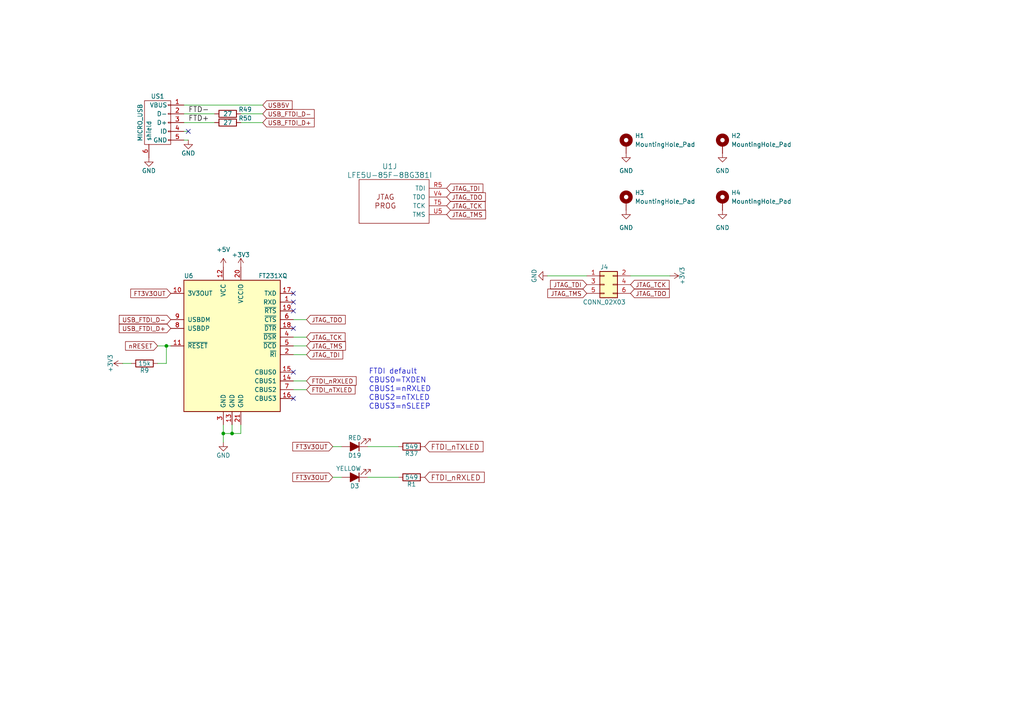
<source format=kicad_sch>
(kicad_sch (version 20250114) (generator "eeschema") (generator_version "9.0")
  (paper "A4")
  (title_block (title "USB Programming Interface - JTAG") (date "2025-11-30") (rev "1.0.0") (comment 1 "lines.") (comment 2 "activity LEDs. External 6-pin JTAG header as backup. 27Ω series resistors on USB data") (comment 3 "JTAG signals bit-banged over serial pins (CTS→TDO, DSR→TCK, DCD→TMS, RI→TDI). TX/RX") (comment 4 "USB Micro-USB connector for power and programming. FT231XQ USB-to-serial chip with"))
  (lib_symbols
    (symbol "Connector_Generic:Conn_02x03_Odd_Even" (pin_names (offset 1.016) (hide yes))
      (property "Reference" "J" (at 1.27 5.08 0))
      (property "Value" "Conn_02x03_Odd_Even" (at 1.27 -5.08 0))
      (symbol "Conn_02x03_Odd_Even_1_1"
        (pin passive line (at -5.08 2.54 0) (length 3.81) (name "Pin_1") (number "1"))
        (pin passive line (at -5.08 0 0) (length 3.81) (name "Pin_3") (number "3"))
        (pin passive line (at -5.08 -2.54 0) (length 3.81) (name "Pin_5") (number "5"))
        (pin passive line (at 7.62 2.54 180) (length 3.81) (name "Pin_2") (number "2"))
        (pin passive line (at 7.62 0 180) (length 3.81) (name "Pin_4") (number "4"))
        (pin passive line (at 7.62 -2.54 180) (length 3.81) (name "Pin_6") (number "6"))
      )
    )
    (symbol "Device:LED_ALT" (pin_numbers (hide yes)) (pin_names (offset 1.016) (hide yes))
      (property "Reference" "D" (at 0 2.54 0))
      (property "Value" "Device_LED_ALT" (at 0 -2.54 0))
      (symbol "LED_ALT_1_1"
        (pin passive line (at -3.81 0 0) (length 2.54) (name "K") (number "1"))
        (pin passive line (at 3.81 0 180) (length 2.54) (name "A") (number "2"))
      )
    )
    (symbol "Device:R" (pin_numbers (hide yes)) (pin_names (offset 0))
      (property "Reference" "R" (at 2.032 0 90))
      (property "Value" "R" (at 0 0 90))
      (symbol "R_1_1"
        (pin passive line (at 0 3.81 270) (length 1.27) (name "~") (number "1"))
        (pin passive line (at 0 -3.81 90) (length 1.27) (name "~") (number "2"))
      )
    )
    (symbol "Mechanical:MountingHole_Pad" (pin_numbers (hide yes)) (pin_names (offset 1.016) (hide yes)) (in_bom no)
      (property "Reference" "H" (at 0 6.35 0))
      (property "Value" "MountingHole_Pad" (at 0 4.445 0))
      (symbol "MountingHole_Pad_1_1"
        (pin input line (at 0 -2.54 90) (length 2.54) (name "1") (number "1"))
      )
    )
    (symbol "ftdi:FT231XQ" (pin_names (offset 1.016))
      (property "Reference" "U" (at -13.97 20.32 0))
      (property "Value" "FT231XQ" (at 6.35 20.32 0))
      (symbol "FT231XQ_1_1"
        (pin power_out line (at -17.78 15.24 0) (length 3.81) (name "3V3OUT") (number "10"))
        (pin bidirectional line (at -17.78 7.62 0) (length 3.81) (name "USBDM") (number "9"))
        (pin bidirectional line (at -17.78 5.08 0) (length 3.81) (name "USBDP") (number "8"))
        (pin input line (at -17.78 0 0) (length 3.81) (name "~{RESET}") (number "11"))
        (pin power_in line (at -2.54 22.86 270) (length 3.81) (name "VCC") (number "12"))
        (pin power_in line (at -2.54 -22.86 90) (length 3.81) (name "GND") (number "3"))
        (pin power_in line (at 0 -22.86 90) (length 3.81) (name "GND") (number "13"))
        (pin power_in line (at 2.54 22.86 270) (length 3.81) (name "VCCIO") (number "20"))
        (pin power_in line (at 2.54 -22.86 90) (length 3.81) (name "GND") (number "21"))
        (pin output line (at 17.78 15.24 180) (length 3.81) (name "TXD") (number "17"))
        (pin input line (at 17.78 12.7 180) (length 3.81) (name "RXD") (number "1"))
        (pin input line (at 17.78 10.16 180) (length 3.81) (name "~{RTS}") (number "19"))
        (pin input line (at 17.78 7.62 180) (length 3.81) (name "~{CTS}") (number "6"))
        (pin output line (at 17.78 5.08 180) (length 3.81) (name "~{DTR}") (number "18"))
        (pin output line (at 17.78 2.54 180) (length 3.81) (name "~{DSR}") (number "4"))
        (pin input line (at 17.78 0 180) (length 3.81) (name "~{DCD}") (number "5"))
        (pin input line (at 17.78 -2.54 180) (length 3.81) (name "~{RI}") (number "2"))
        (pin bidirectional line (at 17.78 -7.62 180) (length 3.81) (name "CBUS0") (number "15"))
        (pin bidirectional line (at 17.78 -10.16 180) (length 3.81) (name "CBUS1") (number "14"))
        (pin bidirectional line (at 17.78 -12.7 180) (length 3.81) (name "CBUS2") (number "7"))
        (pin bidirectional line (at 17.78 -15.24 180) (length 3.81) (name "CBUS3") (number "16"))
      )
    )
    (symbol "lfe5bg381:LFE5UM-85F-6BG381C" (pin_names (offset 1.016))
      (property "Reference" "U" (at 0 24.13 0))
      (property "Value" "LFE5UM-85F-6BG381C" (at 0 21.59 0))
      (symbol "LFE5UM-85F-6BG381C_1_1"
        (text "BANK0" (at 0 -19.05 0) (effects (font (size 1.524 1.524))))
        (pin input line (at -19.05 17.78 0) (length 5.08) (name "PCLKT0_0") (number "B11"))
        (pin input line (at -19.05 15.24 0) (length 5.08) (name "PCLKT0_1") (number "A10"))
        (pin input line (at -19.05 12.7 0) (length 5.08) (name "GR_PCLK0_1") (number "A9"))
        (pin input line (at -19.05 10.16 0) (length 5.08) (name "PT58A") (number "B9"))
        (pin input line (at -19.05 7.62 0) (length 5.08) (name "PT20A") (number "D9"))
        (pin input line (at -19.05 5.08 0) (length 5.08) (name "PT18A") (number "A7"))
        (pin input line (at -19.05 2.54 0) (length 5.08) (name "PT15A") (number "C8"))
        (pin input line (at -19.05 0 0) (length 5.08) (name "PT13A") (number "E8"))
        (pin input line (at -19.05 -2.54 0) (length 5.08) (name "PT11A") (number "C6"))
        (pin input line (at -19.05 -5.08 0) (length 5.08) (name "PT9A") (number "E7"))
        (pin input line (at -19.05 -7.62 0) (length 5.08) (name "PT6A") (number "E6"))
        (pin input line (at -19.05 -10.16 0) (length 5.08) (name "PT4A") (number "A6"))
        (pin input line (at -19.05 -12.7 0) (length 5.08) (name "PT56A") (number "D10"))
        (pin input line (at -19.05 -15.24 0) (length 5.08) (name "PT54A") (number "C9"))
        (pin input line (at 19.05 17.78 180) (length 5.08) (name "PCLKC0_0") (number "C11"))
        (pin input line (at 19.05 15.24 180) (length 5.08) (name "PCLKC0_1") (number "A11"))
        (pin input line (at 19.05 12.7 180) (length 5.08) (name "GR_PCLK0_0") (number "B10"))
        (pin input line (at 19.05 10.16 180) (length 5.08) (name "PT58B") (number "C10"))
        (pin input line (at 19.05 7.62 180) (length 5.08) (name "PT20B") (number "E9"))
        (pin input line (at 19.05 5.08 180) (length 5.08) (name "PT18B") (number "A8"))
        (pin input line (at 19.05 2.54 180) (length 5.08) (name "PT15B") (number "B8"))
        (pin input line (at 19.05 0 180) (length 5.08) (name "PT13B") (number "D8"))
        (pin input line (at 19.05 -2.54 180) (length 5.08) (name "PT11B") (number "C7"))
        (pin input line (at 19.05 -5.08 180) (length 5.08) (name "PT9B") (number "D7"))
        (pin input line (at 19.05 -7.62 180) (length 5.08) (name "PT6B") (number "D6"))
        (pin input line (at 19.05 -10.16 180) (length 5.08) (name "PT4B") (number "B6"))
        (pin input line (at 19.05 -12.7 180) (length 5.08) (name "PT56B") (number "E10"))
      )
      (symbol "LFE5UM-85F-6BG381C_2_0"
        (text "BANK1" (at 0 -26.67 0) (effects (font (size 1.524 1.524))))
      )
      (symbol "LFE5UM-85F-6BG381C_2_1"
        (pin input line (at -19.05 17.78 0) (length 5.08) (name "PT121A") (number "A19"))
        (pin input line (at -19.05 15.24 0) (length 5.08) (name "PT119A") (number "A18"))
        (pin input line (at -19.05 12.7 0) (length 5.08) (name "PT116A") (number "A17"))
        (pin input line (at -19.05 10.16 0) (length 5.08) (name "PT114A") (number "B17"))
        (pin input line (at -19.05 7.62 0) (length 5.08) (name "PT112A") (number "C16"))
        (pin input line (at -19.05 5.08 0) (length 5.08) (name "PT110A") (number "A16"))
        (pin input line (at -19.05 2.54 0) (length 5.08) (name "PT107A") (number "D15"))
        (pin input line (at -19.05 0 0) (length 5.08) (name "PT105A") (number "B15"))
        (pin input line (at -19.05 -2.54 0) (length 5.08) (name "PT85A") (number "D14"))
        (pin input line (at -19.05 -5.08 0) (length 5.08) (name "PT83A") (number "A14"))
        (pin input line (at -19.05 -7.62 0) (length 5.08) (name "PT80A") (number "D13"))
        (pin input line (at -19.05 -10.16 0) (length 5.08) (name "PT78A") (number "B13"))
        (pin input line (at -19.05 -12.7 0) (length 5.08) (name "PT76A") (number "A12"))
        (pin input line (at -19.05 -15.24 0) (length 5.08) (name "GR_PCLK1_0") (number "D12"))
        (pin input line (at -19.05 -17.78 0) (length 5.08) (name "PCLKT1_0") (number "B12"))
        (pin input line (at -19.05 -20.32 0) (length 5.08) (name "PCLKT1_1") (number "D11"))
        (pin input line (at -19.05 -22.86 0) (length 5.08) (name "PT103A") (number "A15"))
        (pin input line (at 19.05 17.78 180) (length 5.08) (name "PT121B") (number "B20"))
        (pin input line (at 19.05 15.24 180) (length 5.08) (name "PT119B") (number "B19"))
        (pin input line (at 19.05 12.7 180) (length 5.08) (name "PT116B") (number "B18"))
        (pin input line (at 19.05 10.16 180) (length 5.08) (name "PT114B") (number "C17"))
        (pin input line (at 19.05 7.62 180) (length 5.08) (name "PT112B") (number "D16"))
        (pin input line (at 19.05 5.08 180) (length 5.08) (name "PT110B") (number "B16"))
        (pin input line (at 19.05 2.54 180) (length 5.08) (name "PT107B") (number "E15"))
        (pin input line (at 19.05 0 180) (length 5.08) (name "PT105B") (number "C15"))
        (pin input line (at 19.05 -2.54 180) (length 5.08) (name "PT85B") (number "E14"))
        (pin input line (at 19.05 -5.08 180) (length 5.08) (name "PT83B") (number "C14"))
        (pin input line (at 19.05 -7.62 180) (length 5.08) (name "PT80B") (number "E13"))
        (pin input line (at 19.05 -10.16 180) (length 5.08) (name "PT78B") (number "C13"))
        (pin input line (at 19.05 -12.7 180) (length 5.08) (name "PT76B") (number "A13"))
        (pin input line (at 19.05 -15.24 180) (length 5.08) (name "GR_PCLK1_1") (number "E12"))
        (pin input line (at 19.05 -17.78 180) (length 5.08) (name "PCLKC1_0") (number "C12"))
        (pin input line (at 19.05 -20.32 180) (length 5.08) (name "PCLKC1_1") (number "E11"))
      )
      (symbol "LFE5UM-85F-6BG381C_3_0"
        (text "BANK2" (at 0 -26.67 0) (effects (font (size 1.524 1.524))))
      )
      (symbol "LFE5UM-85F-6BG381C_3_1"
        (pin input line (at -19.05 17.78 0) (length 5.08) (name "PCLKT2_0") (number "J20"))
        (pin input line (at -19.05 15.24 0) (length 5.08) (name "PCLKT2_1") (number "J19"))
        (pin input line (at -19.05 12.7 0) (length 5.08) (name "GR_PCLK2_0") (number "J18"))
        (pin input line (at -19.05 10.16 0) (length 5.08) (name "GR_PCLK2_1") (number "G19"))
        (pin input line (at -19.05 7.62 0) (length 5.08) (name "PR38C") (number "F20"))
        (pin input line (at -19.05 5.08 0) (length 5.08) (name "PR38A") (number "E20"))
        (pin input line (at -19.05 2.54 0) (length 5.08) (name "VREF1_2") (number "D20"))
        (pin input line (at -19.05 0 0) (length 5.08) (name "PR35A") (number "C20"))
        (pin input line (at -19.05 -2.54 0) (length 5.08) (name "PR20C") (number "J17"))
        (pin input line (at -19.05 -5.08 0) (length 5.08) (name "PR20A") (number "H18"))
        (pin input line (at -19.05 -7.62 0) (length 5.08) (name "PR17C") (number "G16"))
        (pin input line (at -19.05 -10.16 0) (length 5.08) (name "PR17A") (number "F17"))
        (pin input line (at -19.05 -12.7 0) (length 5.08) (name "PR14C") (number "E18"))
        (pin input line (at -19.05 -15.24 0) (length 5.08) (name "PR14A") (number "D18"))
        (pin input line (at -19.05 -17.78 0) (length 5.08) (name "PR11C") (number "E16"))
        (pin input line (at -19.05 -20.32 0) (length 5.08) (name "PR11A") (number "C18"))
        (pin input line (at -19.05 -22.86 0) (length 5.08) (name "PR29A") (number "K16"))
        (pin input line (at 19.05 17.78 180) (length 5.08) (name "PCLKC2_0") (number "K20"))
        (pin input line (at 19.05 15.24 180) (length 5.08) (name "PCLKC2_1") (number "K19"))
        (pin input line (at 19.05 12.7 180) (length 5.08) (name "PR41D") (number "K18"))
        (pin input line (at 19.05 10.16 180) (length 5.08) (name "PR41B") (number "H20"))
        (pin input line (at 19.05 7.62 180) (length 5.08) (name "PR38D") (number "G20"))
        (pin input line (at 19.05 5.08 180) (length 5.08) (name "PR38B") (number "F19"))
        (pin input line (at 19.05 2.54 180) (length 5.08) (name "PR35D") (number "E19"))
        (pin input line (at 19.05 0 180) (length 5.08) (name "PR35B") (number "D19"))
        (pin input line (at 19.05 -2.54 180) (length 5.08) (name "PR20D") (number "J16"))
        (pin input line (at 19.05 -5.08 180) (length 5.08) (name "PR20B") (number "H17"))
        (pin input line (at 19.05 -7.62 180) (length 5.08) (name "PR17D") (number "H16"))
        (pin input line (at 19.05 -10.16 180) (length 5.08) (name "PR17B") (number "G18"))
        (pin input line (at 19.05 -12.7 180) (length 5.08) (name "PR14D") (number "F18"))
        (pin input line (at 19.05 -15.24 180) (length 5.08) (name "PR14B") (number "E17"))
        (pin input line (at 19.05 -17.78 180) (length 5.08) (name "PR11D") (number "F16"))
        (pin input line (at 19.05 -20.32 180) (length 5.08) (name "PR11B") (number "D17"))
        (pin input line (at 19.05 -22.86 180) (length 5.08) (name "PR29B") (number "K17"))
      )
      (symbol "LFE5UM-85F-6BG381C_4_0"
        (text "BANK3" (at 0 -26.67 0) (effects (font (size 1.524 1.524))))
      )
      (symbol "LFE5UM-85F-6BG381C_4_1"
        (pin input line (at -19.05 17.78 0) (length 5.08) (name "GPLL0T_IN") (number "U16"))
        (pin input line (at -19.05 15.24 0) (length 5.08) (name "PR92A") (number "U18"))
        (pin input line (at -19.05 12.7 0) (length 5.08) (name "PR89C") (number "U19"))
        (pin input line (at -19.05 10.16 0) (length 5.08) (name "PR89A") (number "T19"))
        (pin input line (at -19.05 7.62 0) (length 5.08) (name "PR86C") (number "T20"))
        (pin input line (at -19.05 5.08 0) (length 5.08) (name "PR86A") (number "P20"))
        (pin input line (at -19.05 2.54 0) (length 5.08) (name "PR83C") (number "P19"))
        (pin input line (at -19.05 0 0) (length 5.08) (name "PR83A") (number "N19"))
        (pin input line (at -19.05 -2.54 0) (length 5.08) (name "PR56C") (number "R16"))
        (pin input line (at -19.05 -5.08 0) (length 5.08) (name "PR56A") (number "N17"))
        (pin input line (at -19.05 -7.62 0) (length 5.08) (name "PR53C") (number "N18"))
        (pin input line (at -19.05 -10.16 0) (length 5.08) (name "PR53A") (number "N16"))
        (pin input line (at -19.05 -12.7 0) (length 5.08) (name "GR_PCLK3_1") (number "L18"))
        (pin input line (at -19.05 -15.24 0) (length 5.08) (name "GR_PCLK3_0") (number "L16"))
        (pin input line (at -19.05 -17.78 0) (length 5.08) (name "PCLKT3_0") (number "L19"))
        (pin input line (at -19.05 -20.32 0) (length 5.08) (name "PCLKT3_1") (number "L20"))
        (pin input line (at -19.05 -22.86 0) (length 5.08) (name "PR77A") (number "T16"))
        (pin input line (at 19.05 17.78 180) (length 5.08) (name "GPLL0C_IN") (number "T17"))
        (pin input line (at 19.05 15.24 180) (length 5.08) (name "PR92B") (number "U17"))
        (pin input line (at 19.05 12.7 180) (length 5.08) (name "PR89D") (number "T18"))
        (pin input line (at 19.05 10.16 180) (length 5.08) (name "PR89B") (number "R18"))
        (pin input line (at 19.05 7.62 180) (length 5.08) (name "PR86D") (number "U20"))
        (pin input line (at 19.05 5.08 180) (length 5.08) (name "PR86B") (number "R20"))
        (pin input line (at 19.05 2.54 180) (length 5.08) (name "PR83D") (number "P18"))
        (pin input line (at 19.05 0 180) (length 5.08) (name "PR83B") (number "N20"))
        (pin input line (at 19.05 -2.54 180) (length 5.08) (name "PR56D") (number "R17"))
        (pin input line (at 19.05 -5.08 180) (length 5.08) (name "VREF1_3") (number "P16"))
        (pin input line (at 19.05 -7.62 180) (length 5.08) (name "PR53D") (number "P17"))
        (pin input line (at 19.05 -10.16 180) (length 5.08) (name "PR53B") (number "M17"))
        (pin input line (at 19.05 -12.7 180) (length 5.08) (name "PR50D") (number "M18"))
        (pin input line (at 19.05 -15.24 180) (length 5.08) (name "PR50B") (number "L17"))
        (pin input line (at 19.05 -17.78 180) (length 5.08) (name "PCLKC3_0") (number "M19"))
        (pin input line (at 19.05 -20.32 180) (length 5.08) (name "PCLKC3_1") (number "M20"))
      )
      (symbol "LFE5UM-85F-6BG381C_5_0"
        (text "BANK6" (at 0 -26.67 0) (effects (font (size 1.524 1.524))))
      )
      (symbol "LFE5UM-85F-6BG381C_5_1"
        (pin input line (at -19.05 17.78 0) (length 5.08) (name "PCLKT6_0") (number "H2"))
        (pin input line (at -19.05 15.24 0) (length 5.08) (name "PCLKT6_1") (number "G2"))
        (pin input line (at -19.05 12.7 0) (length 5.08) (name "GR_PCLK6_1") (number "J3"))
        (pin input line (at -19.05 10.16 0) (length 5.08) (name "GR_PCLK6_0") (number "J4"))
        (pin input line (at -19.05 7.62 0) (length 5.08) (name "PL53C") (number "H1"))
        (pin input line (at -19.05 5.08 0) (length 5.08) (name "PL53A") (number "K2"))
        (pin input line (at -19.05 2.54 0) (length 5.08) (name "PL56C") (number "L4"))
        (pin input line (at -19.05 0 0) (length 5.08) (name "PL56A") (number "K4"))
        (pin input line (at -19.05 -2.54 0) (length 5.08) (name "PL83C") (number "N4"))
        (pin input line (at -19.05 -5.08 0) (length 5.08) (name "PL83A") (number "M4"))
        (pin input line (at -19.05 -7.62 0) (length 5.08) (name "PL86C") (number "L3"))
        (pin input line (at -19.05 -10.16 0) (length 5.08) (name "PL86A") (number "N3"))
        (pin input line (at -19.05 -12.7 0) (length 5.08) (name "PL65C") (number "L1"))
        (pin input line (at -19.05 -15.24 0) (length 5.08) (name "PL65A") (number "N2"))
        (pin input line (at -19.05 -17.78 0) (length 5.08) (name "GPLL0T_IN") (number "P3"))
        (pin input line (at -19.05 -20.32 0) (length 5.08) (name "PL92A") (number "P1"))
        (pin input line (at -19.05 -22.86 0) (length 5.08) (name "PL77A") (number "M5"))
        (pin input line (at 19.05 17.78 180) (length 5.08) (name "PCLKC6_0") (number "G1"))
        (pin input line (at 19.05 15.24 180) (length 5.08) (name "PCLKC6_1") (number "F1"))
        (pin input line (at 19.05 12.7 180) (length 5.08) (name "PL50D") (number "K3"))
        (pin input line (at 19.05 10.16 180) (length 5.08) (name "PL50B") (number "J5"))
        (pin input line (at 19.05 7.62 180) (length 5.08) (name "PL53D") (number "K1"))
        (pin input line (at 19.05 5.08 180) (length 5.08) (name "PL53B") (number "J1"))
        (pin input line (at 19.05 2.54 180) (length 5.08) (name "PL56D") (number "L5"))
        (pin input line (at 19.05 0 180) (length 5.08) (name "VREF1_6") (number "K5"))
        (pin input line (at 19.05 -2.54 180) (length 5.08) (name "PL83D") (number "P5"))
        (pin input line (at 19.05 -5.08 180) (length 5.08) (name "PL83B") (number "N5"))
        (pin input line (at 19.05 -7.62 180) (length 5.08) (name "PL86D") (number "L2"))
        (pin input line (at 19.05 -10.16 180) (length 5.08) (name "PL86B") (number "M3"))
        (pin input line (at 19.05 -12.7 180) (length 5.08) (name "PL89D") (number "N1"))
        (pin input line (at 19.05 -15.24 180) (length 5.08) (name "PL89B") (number "M1"))
        (pin input line (at 19.05 -17.78 180) (length 5.08) (name "GPLL0C_IN") (number "P4"))
        (pin input line (at 19.05 -20.32 180) (length 5.08) (name "PL92B") (number "P2"))
      )
      (symbol "LFE5UM-85F-6BG381C_6_0"
        (text "BANK7" (at 0 -24.13 0) (effects (font (size 1.524 1.524))))
      )
      (symbol "LFE5UM-85F-6BG381C_6_1"
        (pin input line (at -19.05 17.78 0) (length 5.08) (name "PL11C") (number "B5"))
        (pin input line (at -19.05 15.24 0) (length 5.08) (name "PL11A") (number "A4"))
        (pin input line (at -19.05 12.7 0) (length 5.08) (name "PL14C") (number "A3"))
        (pin input line (at -19.05 10.16 0) (length 5.08) (name "PL14A") (number "C4"))
        (pin input line (at -19.05 7.62 0) (length 5.08) (name "PL17C") (number "C3"))
        (pin input line (at -19.05 5.08 0) (length 5.08) (name "PL17A") (number "E4"))
        (pin input line (at -19.05 2.54 0) (length 5.08) (name "PL20C") (number "E5"))
        (pin input line (at -19.05 0 0) (length 5.08) (name "PL20A") (number "F4"))
        (pin input line (at -19.05 -2.54 0) (length 5.08) (name "VREF1_7") (number "B2"))
        (pin input line (at -19.05 -5.08 0) (length 5.08) (name "PL35A") (number "A2"))
        (pin input line (at -19.05 -7.62 0) (length 5.08) (name "PL38C") (number "D2"))
        (pin input line (at -19.05 -10.16 0) (length 5.08) (name "PL38A") (number "C1"))
        (pin input line (at -19.05 -12.7 0) (length 5.08) (name "GR_PCLK7_0") (number "H5"))
        (pin input line (at -19.05 -15.24 0) (length 5.08) (name "GR_PCLK7_1") (number "H4"))
        (pin input line (at -19.05 -17.78 0) (length 5.08) (name "PCLKT7_0") (number "F2"))
        (pin input line (at -19.05 -20.32 0) (length 5.08) (name "PCLKT7_1") (number "G3"))
        (pin input line (at 19.05 17.78 180) (length 5.08) (name "PL11D") (number "C5"))
        (pin input line (at 19.05 15.24 180) (length 5.08) (name "PL11B") (number "A5"))
        (pin input line (at 19.05 12.7 180) (length 5.08) (name "PL14D") (number "B3"))
        (pin input line (at 19.05 10.16 180) (length 5.08) (name "PL14B") (number "B4"))
        (pin input line (at 19.05 7.62 180) (length 5.08) (name "PL17D") (number "D3"))
        (pin input line (at 19.05 5.08 180) (length 5.08) (name "PL17B") (number "D5"))
        (pin input line (at 19.05 2.54 180) (length 5.08) (name "PL20D") (number "F5"))
        (pin input line (at 19.05 0 180) (length 5.08) (name "PL20B") (number "E3"))
        (pin input line (at 19.05 -2.54 180) (length 5.08) (name "PL35D") (number "C2"))
        (pin input line (at 19.05 -5.08 180) (length 5.08) (name "PL35B") (number "B1"))
        (pin input line (at 19.05 -7.62 180) (length 5.08) (name "PL38D") (number "E1"))
        (pin input line (at 19.05 -10.16 180) (length 5.08) (name "PL38B") (number "D1"))
        (pin input line (at 19.05 -12.7 180) (length 5.08) (name "PL41D") (number "H3"))
        (pin input line (at 19.05 -15.24 180) (length 5.08) (name "PL41B") (number "G5"))
        (pin input line (at 19.05 -17.78 180) (length 5.08) (name "PCLKC7_0") (number "E2"))
        (pin input line (at 19.05 -20.32 180) (length 5.08) (name "PCLKC7_1") (number "F3"))
      )
      (symbol "LFE5UM-85F-6BG381C_7_0"
        (text "BANK8" (at 0 -24.13 0) (effects (font (size 1.524 1.524))))
      )
      (symbol "LFE5UM-85F-6BG381C_7_1"
        (pin input line (at -19.05 17.78 0) (length 5.08) (name "D7") (number "R1"))
        (pin input line (at -19.05 15.24 0) (length 5.08) (name "D5/MISO2") (number "U1"))
        (pin input line (at -19.05 12.7 0) (length 5.08) (name "D3/HOLDn") (number "W1"))
        (pin input line (at -19.05 10.16 0) (length 5.08) (name "D1/MISO") (number "V2"))
        (pin input line (at -19.05 7.62 0) (length 5.08) (name "SN/CSn") (number "T2"))
        (pin input line (at -19.05 5.08 0) (length 5.08) (name "CSSPIN") (number "R2"))
        (pin input line (at -19.05 2.54 0) (length 5.08) (name "INITn") (number "V3"))
        (pin input line (at -19.05 0 0) (length 5.08) (name "PROGRAMn") (number "W3"))
        (pin input line (at -19.05 -2.54 0) (length 5.08) (name "WRITEn") (number "T3"))
        (pin input line (at -19.05 -5.08 0) (length 5.08) (name "CCLK") (number "U3"))
        (pin input line (at -19.05 -7.62 0) (length 5.08) (name "DONE") (number "Y3"))
        (pin input line (at -19.05 -10.16 0) (length 5.08) (name "CFG_2") (number "R4"))
        (pin input line (at -19.05 -12.7 0) (length 5.08) (name "CFG_1") (number "T4"))
        (pin input line (at -19.05 -15.24 0) (length 5.08) (name "CFG_0") (number "U4"))
        (pin input line (at 19.05 17.78 180) (length 5.08) (name "D6") (number "T1"))
        (pin input line (at 19.05 15.24 180) (length 5.08) (name "D4/MOSI2") (number "V1"))
        (pin input line (at 19.05 12.7 180) (length 5.08) (name "D2/WPn") (number "Y2"))
        (pin input line (at 19.05 10.16 180) (length 5.08) (name "D0/MOSI") (number "W2"))
        (pin input line (at 19.05 7.62 180) (length 5.08) (name "CS1n") (number "U2"))
        (pin input line (at 19.05 5.08 180) (length 5.08) (name "DOUT/CSOn") (number "R3"))
      )
      (symbol "LFE5UM-85F-6BG381C_8_0"
        (text "BANK50,51" (at 0 -27.94 0) (effects (font (size 1.524 1.524))))
        (text "SERDES" (at 0 -30.48 0) (effects (font (size 1.524 1.524))))
      )
      (symbol "LFE5UM-85F-6BG381C_8_1"
        (pin input line (at -21.59 22.86 0) (length 5.08) (name "REFCLKP_D0") (number "Y11"))
        (pin input line (at -21.59 20.32 0) (length 5.08) (name "HDTXP0_D0CH0") (number "W4"))
        (pin input line (at -21.59 17.78 0) (length 5.08) (name "HDRXP0_D0CH0") (number "Y5"))
        (pin input line (at -21.59 15.24 0) (length 5.08) (name "HDTXP0_D0CH1") (number "W8"))
        (pin input line (at -21.59 12.7 0) (length 5.08) (name "HDRXP0_D0CH1") (number "Y7"))
        (pin input line (at -21.59 8.89 0) (length 5.08) (name "VCCHTX0_D0CH0") (number "T7"))
        (pin input line (at -21.59 6.35 0) (length 5.08) (name "VCCHRX0_D0CH0") (number "T8"))
        (pin input line (at -21.59 3.81 0) (length 5.08) (name "VCCA0") (number "T6"))
        (pin input line (at -21.59 1.27 0) (length 5.08) (name "VCCA0") (number "U6"))
        (pin input line (at -21.59 -2.54 0) (length 5.08) (name "VCCA1") (number "T15"))
        (pin input line (at -21.59 -5.08 0) (length 5.08) (name "VCCA1") (number "U15"))
        (pin input line (at -21.59 -7.62 0) (length 5.08) (name "VCCHTX0_D1CH0") (number "T11"))
        (pin input line (at -21.59 -10.16 0) (length 5.08) (name "VCCHRX0_D1CH0") (number "T12"))
        (pin input line (at -21.59 -13.97 0) (length 5.08) (name "REFCLKP_D1") (number "Y19"))
        (pin input line (at -21.59 -16.51 0) (length 5.08) (name "HDTXP0_D1CH0") (number "W13"))
        (pin input line (at -21.59 -19.05 0) (length 5.08) (name "HDRXP0_D1CH0") (number "Y14"))
        (pin input line (at -21.59 -21.59 0) (length 5.08) (name "HDTXP0_D1CH1") (number "W17"))
        (pin input line (at -21.59 -24.13 0) (length 5.08) (name "HDRXP0_D1CH1") (number "Y16"))
        (pin input line (at 21.59 22.86 180) (length 5.08) (name "REFCLKN_D0") (number "Y12"))
        (pin input line (at 21.59 20.32 180) (length 5.08) (name "HDTXN0_D0CH0") (number "W5"))
        (pin input line (at 21.59 17.78 180) (length 5.08) (name "HDRXN0_D0CH0") (number "Y6"))
        (pin input line (at 21.59 15.24 180) (length 5.08) (name "HDTXN0_D0CH1") (number "W9"))
        (pin input line (at 21.59 12.7 180) (length 5.08) (name "HDRXN0_D0CH1") (number "Y8"))
        (pin input line (at 21.59 8.89 180) (length 5.08) (name "VCCHTX0_D0CH1") (number "T10"))
        (pin input line (at 21.59 6.35 180) (length 5.08) (name "VCCHRX0_D0CH1") (number "T9"))
        (pin input line (at 21.59 3.81 180) (length 5.08) (name "VCCAUXA0") (number "V10"))
        (pin input line (at 21.59 1.27 180) (length 5.08) (name "VCCAUXA0") (number "V11"))
        (pin input line (at 21.59 -2.54 180) (length 5.08) (name "VCCAUXA1") (number "V17"))
        (pin input line (at 21.59 -5.08 180) (length 5.08) (name "VCCAUXA1") (number "V18"))
        (pin input line (at 21.59 -7.62 180) (length 5.08) (name "VCCHTX0_D1CH1") (number "T14"))
        (pin input line (at 21.59 -10.16 180) (length 5.08) (name "VCCHRX0_D1CH1") (number "T13"))
        (pin input line (at 21.59 -13.97 180) (length 5.08) (name "REFCLKN_D1") (number "W20"))
        (pin input line (at 21.59 -16.51 180) (length 5.08) (name "HDTXN0_D1CH0") (number "W14"))
        (pin input line (at 21.59 -19.05 180) (length 5.08) (name "HDRXN0_D1CH0") (number "Y15"))
        (pin input line (at 21.59 -21.59 180) (length 5.08) (name "HDTXN0_D1CH1") (number "W18"))
        (pin input line (at 21.59 -24.13 180) (length 5.08) (name "HDRXN0_D1CH1") (number "Y17"))
      )
      (symbol "LFE5UM-85F-6BG381C_9_1"
        (text "POWER" (at 0 3.81 0) (effects (font (size 1.524 1.524))))
        (pin input line (at -106.68 16.51 270) (length 5.08) (name "VCC") (number "H13"))
        (pin input line (at -104.14 16.51 270) (length 5.08) (name "VCC") (number "J13"))
        (pin input line (at -101.6 16.51 270) (length 5.08) (name "VCC") (number "K13"))
        (pin input line (at -99.06 16.51 270) (length 5.08) (name "VCC") (number "L13"))
        (pin input line (at -97.79 -17.78 90) (length 5.08) (name "GND") (number "C19"))
        (pin input line (at -96.52 16.51 270) (length 5.08) (name "VCC") (number "M13"))
        (pin input line (at -95.25 -17.78 90) (length 5.08) (name "GND") (number "H19"))
        (pin input line (at -93.98 16.51 270) (length 5.08) (name "VCC") (number "N13"))
        (pin input line (at -92.71 -17.78 90) (length 5.08) (name "GND") (number "R19"))
        (pin input line (at -91.44 16.51 270) (length 5.08) (name "VCC") (number "H12"))
        (pin input line (at -90.17 -17.78 90) (length 5.08) (name "GND") (number "G17"))
        (pin input line (at -88.9 16.51 270) (length 5.08) (name "VCC") (number "N12"))
        (pin input line (at -87.63 -17.78 90) (length 5.08) (name "GND") (number "M16"))
        (pin input line (at -86.36 16.51 270) (length 5.08) (name "VCC") (number "H11"))
        (pin input line (at -85.09 -17.78 90) (length 5.08) (name "GND") (number "G15"))
        (pin input line (at -83.82 16.51 270) (length 5.08) (name "VCC") (number "N11"))
        (pin input line (at -82.55 -17.78 90) (length 5.08) (name "GND") (number "K15"))
        (pin input line (at -81.28 16.51 270) (length 5.08) (name "VCC") (number "H10"))
        (pin input line (at -80.01 -17.78 90) (length 5.08) (name "GND") (number "N15"))
        (pin input line (at -78.74 16.51 270) (length 5.08) (name "VCC") (number "N10"))
        (pin input line (at -77.47 -17.78 90) (length 5.08) (name "GND") (number "B14"))
        (pin input line (at -76.2 16.51 270) (length 5.08) (name "VCC") (number "H9"))
        (pin input line (at -74.93 -17.78 90) (length 5.08) (name "GND") (number "F14"))
        (pin input line (at -73.66 16.51 270) (length 5.08) (name "VCC") (number "N9"))
        (pin input line (at -72.39 -17.78 90) (length 5.08) (name "GND") (number "G14"))
        (pin input line (at -71.12 16.51 270) (length 5.08) (name "VCC") (number "H8"))
        (pin input line (at -69.85 -17.78 90) (length 5.08) (name "GND") (number "J14"))
        (pin input line (at -68.58 16.51 270) (length 5.08) (name "VCC") (number "J8"))
        (pin input line (at -67.31 -17.78 90) (length 5.08) (name "GND") (number "K14"))
        (pin input line (at -66.04 16.51 270) (length 5.08) (name "VCC") (number "K8"))
        (pin input line (at -64.77 -17.78 90) (length 5.08) (name "GND") (number "M14"))
        (pin input line (at -63.5 16.51 270) (length 5.08) (name "VCC") (number "L8"))
        (pin input line (at -62.23 -17.78 90) (length 5.08) (name "GND") (number "N14"))
        (pin input line (at -60.96 16.51 270) (length 5.08) (name "VCC") (number "M8"))
        (pin input line (at -59.69 -17.78 90) (length 5.08) (name "GND") (number "P14"))
        (pin input line (at -58.42 16.51 270) (length 5.08) (name "VCC") (number "N8"))
        (pin input line (at -57.15 -17.78 90) (length 5.08) (name "GND") (number "F13"))
        (pin input line (at -54.61 -17.78 90) (length 5.08) (name "GND") (number "G13"))
        (pin input line (at -53.34 16.51 270) (length 5.08) (name "VCCAUX") (number "F15"))
        (pin input line (at -52.07 -17.78 90) (length 5.08) (name "GND") (number "P13"))
        (pin input line (at -50.8 16.51 270) (length 5.08) (name "VCCAUX") (number "P15"))
        (pin input line (at -49.53 -17.78 90) (length 5.08) (name "GND") (number "G12"))
        (pin input line (at -48.26 16.51 270) (length 5.08) (name "VCCAUX") (number "F6"))
        (pin input line (at -46.99 -17.78 90) (length 5.08) (name "GND") (number "J12"))
        (pin input line (at -45.72 16.51 270) (length 5.08) (name "VCCAUX") (number "P6"))
        (pin input line (at -44.45 -17.78 90) (length 5.08) (name "GND") (number "K12"))
        (pin input line (at -41.91 -17.78 90) (length 5.08) (name "GND") (number "L12"))
        (pin input line (at -40.64 16.51 270) (length 5.08) (name "VCCio0") (number "F10"))
        (pin input line (at -39.37 -17.78 90) (length 5.08) (name "GND") (number "M12"))
        (pin input line (at -38.1 16.51 270) (length 5.08) (name "VCCio0") (number "F9"))
        (pin input line (at -36.83 -17.78 90) (length 5.08) (name "GND") (number "P12"))
        (pin input line (at -34.29 -17.78 90) (length 5.08) (name "GND") (number "G11"))
        (pin input line (at -33.02 16.51 270) (length 5.08) (name "VCCio1") (number "F12"))
        (pin input line (at -31.75 -17.78 90) (length 5.08) (name "GND") (number "J11"))
        (pin input line (at -30.48 16.51 270) (length 5.08) (name "VCCio1") (number "F11"))
        (pin input line (at -29.21 -17.78 90) (length 5.08) (name "GND") (number "K11"))
        (pin input line (at -26.67 -17.78 90) (length 5.08) (name "GND") (number "L11"))
        (pin input line (at -25.4 16.51 270) (length 5.08) (name "VCCio2") (number "H15"))
        (pin input line (at -24.13 -17.78 90) (length 5.08) (name "GND") (number "M11"))
        (pin input line (at -22.86 16.51 270) (length 5.08) (name "VCCio2") (number "J15"))
        (pin input line (at -21.59 -17.78 90) (length 5.08) (name "GND") (number "P11"))
        (pin input line (at -20.32 16.51 270) (length 5.08) (name "VCCio2") (number "H14"))
        (pin input line (at -19.05 -17.78 90) (length 5.08) (name "GND") (number "G10"))
        (pin input line (at -16.51 -17.78 90) (length 5.08) (name "GND") (number "J10"))
        (pin input line (at -15.24 16.51 270) (length 5.08) (name "VCCio3") (number "L15"))
        (pin input line (at -13.97 -17.78 90) (length 5.08) (name "GND") (number "K10"))
        (pin input line (at -12.7 16.51 270) (length 5.08) (name "VCCio3") (number "M15"))
        (pin input line (at -11.43 -17.78 90) (length 5.08) (name "GND") (number "L10"))
        (pin input line (at -10.16 16.51 270) (length 5.08) (name "VCCio3") (number "L14"))
        (pin input line (at -8.89 -17.78 90) (length 5.08) (name "GND") (number "M10"))
        (pin input line (at -6.35 -17.78 90) (length 5.08) (name "GND") (number "G9"))
        (pin input line (at -3.81 -17.78 90) (length 5.08) (name "GND") (number "J9"))
        (pin input line (at -1.27 -17.78 90) (length 5.08) (name "GND") (number "K9"))
        (pin input line (at 1.27 -17.78 90) (length 5.08) (name "GND") (number "L9"))
        (pin input line (at 3.81 -17.78 90) (length 5.08) (name "GND") (number "M9"))
        (pin input line (at 6.35 -17.78 90) (length 5.08) (name "GND") (number "F8"))
        (pin input line (at 8.89 -17.78 90) (length 5.08) (name "GND") (number "G8"))
        (pin input line (at 11.43 -17.78 90) (length 5.08) (name "GND") (number "P8"))
        (pin input line (at 13.97 -17.78 90) (length 5.08) (name "GND") (number "B7"))
        (pin input line (at 16.51 16.51 270) (length 5.08) (name "VCCio6") (number "L7"))
        (pin input line (at 16.51 -17.78 90) (length 5.08) (name "GND") (number "F7"))
        (pin input line (at 19.05 16.51 270) (length 5.08) (name "VCCio6") (number "L6"))
        (pin input line (at 19.05 -17.78 90) (length 5.08) (name "GND") (number "G7"))
        (pin input line (at 21.59 16.51 270) (length 5.08) (name "VCCio6") (number "M6"))
        (pin input line (at 21.59 -17.78 90) (length 5.08) (name "GND") (number "J7"))
        (pin input line (at 24.13 -17.78 90) (length 5.08) (name "GND") (number "K7"))
        (pin input line (at 26.67 16.51 270) (length 5.08) (name "VCCio7") (number "H7"))
        (pin input line (at 26.67 -17.78 90) (length 5.08) (name "GND") (number "M7"))
        (pin input line (at 29.21 16.51 270) (length 5.08) (name "VCCio7") (number "H6"))
        (pin input line (at 29.21 -17.78 90) (length 5.08) (name "GND") (number "N7"))
        (pin input line (at 31.75 16.51 270) (length 5.08) (name "VCCio7") (number "J6"))
        (pin input line (at 31.75 -17.78 90) (length 5.08) (name "GND") (number "P7"))
        (pin input line (at 34.29 -17.78 90) (length 5.08) (name "GND") (number "G6"))
        (pin input line (at 36.83 16.51 270) (length 5.08) (name "VCCio8") (number "P10"))
        (pin input line (at 36.83 -17.78 90) (length 5.08) (name "GND") (number "K6"))
        (pin input line (at 39.37 16.51 270) (length 5.08) (name "VCCio8") (number "P9"))
        (pin input line (at 39.37 -17.78 90) (length 5.08) (name "GND") (number "N6"))
        (pin input line (at 41.91 -17.78 90) (length 5.08) (name "GND") (number "D4"))
        (pin input line (at 44.45 -17.78 90) (length 5.08) (name "GND") (number "G4"))
        (pin input line (at 46.99 -17.78 90) (length 5.08) (name "GND") (number "J2"))
        (pin input line (at 49.53 -17.78 90) (length 5.08) (name "GND") (number "M2"))
        (pin input line (at 52.07 -17.78 90) (length 5.08) (name "GND") (number "V7"))
        (pin input line (at 54.61 -17.78 90) (length 5.08) (name "GND") (number "V8"))
        (pin input line (at 57.15 -17.78 90) (length 5.08) (name "GND") (number "V9"))
        (pin input line (at 59.69 -17.78 90) (length 5.08) (name "GND") (number "U7"))
        (pin input line (at 62.23 -17.78 90) (length 5.08) (name "GND") (number "U8"))
        (pin input line (at 64.77 -17.78 90) (length 5.08) (name "GND") (number "U9"))
        (pin input line (at 67.31 -17.78 90) (length 5.08) (name "GND") (number "U10"))
        (pin input line (at 69.85 -17.78 90) (length 5.08) (name "GND") (number "V20"))
        (pin input line (at 72.39 -17.78 90) (length 5.08) (name "GND") (number "V5"))
        (pin input line (at 74.93 -17.78 90) (length 5.08) (name "GND") (number "W6"))
        (pin input line (at 77.47 -17.78 90) (length 5.08) (name "GND") (number "V6"))
        (pin input line (at 80.01 -17.78 90) (length 5.08) (name "GND") (number "W7"))
        (pin input line (at 82.55 -17.78 90) (length 5.08) (name "GND") (number "V15"))
        (pin input line (at 85.09 -17.78 90) (length 5.08) (name "GND") (number "W16"))
        (pin input line (at 87.63 -17.78 90) (length 5.08) (name "GND") (number "V16"))
        (pin input line (at 90.17 -17.78 90) (length 5.08) (name "GND") (number "W19"))
        (pin input line (at 92.71 -17.78 90) (length 5.08) (name "GND") (number "V19"))
        (pin input line (at 95.25 -17.78 90) (length 5.08) (name "GND") (number "V14"))
        (pin input line (at 97.79 -17.78 90) (length 5.08) (name "GND") (number "U14"))
        (pin input line (at 100.33 -17.78 90) (length 5.08) (name "GND") (number "W15"))
        (pin input line (at 102.87 -17.78 90) (length 5.08) (name "GND") (number "U13"))
        (pin input line (at 105.41 -17.78 90) (length 5.08) (name "GND") (number "V13"))
        (pin input line (at 107.95 -17.78 90) (length 5.08) (name "GND") (number "U12"))
        (pin input line (at 110.49 -17.78 90) (length 5.08) (name "GND") (number "V12"))
        (pin input line (at 113.03 -17.78 90) (length 5.08) (name "GND") (number "W12"))
        (pin input line (at 115.57 -17.78 90) (length 5.08) (name "GND") (number "U11"))
      )
      (symbol "LFE5UM-85F-6BG381C_10_0"
        (text "JTAG" (at 0 1.27 0) (effects (font (size 1.524 1.524))))
      )
      (symbol "LFE5UM-85F-6BG381C_10_1"
        (text "PROG" (at 0 -1.27 0) (effects (font (size 1.524 1.524))))
        (pin input line (at -17.78 3.81 0) (length 5.08) (name "TDI") (number "R5"))
        (pin input line (at -17.78 1.27 0) (length 5.08) (name "TDO") (number "V4"))
        (pin input line (at -17.78 -1.27 0) (length 5.08) (name "TCK") (number "T5"))
        (pin input line (at -17.78 -3.81 0) (length 5.08) (name "TMS") (number "U5"))
      )
    )
    (symbol "power:+3V3" (power) (pin_numbers (hide yes)) (pin_names (offset 0) (hide yes))
      (property "Value" "+3V3" (at 0 3.556 0))
      (symbol "+3V3_1_1"
        (pin power_in line (at 0 0 90) (length 0) (name "~") (number "1"))
      )
    )
    (symbol "power:+5V" (power) (pin_numbers (hide yes)) (pin_names (offset 0) (hide yes))
      (property "Value" "+5V" (at 0 3.556 0))
      (symbol "+5V_1_1"
        (pin power_in line (at 0 0 90) (length 0) (name "~") (number "1"))
      )
    )
    (symbol "power:GND" (power) (pin_numbers (hide yes)) (pin_names (offset 0) (hide yes))
      (property "Value" "GND" (at 0 -3.81 0))
      (symbol "GND_1_1"
        (pin power_in line (at 0 0 270) (length 0) (name "~") (number "1"))
      )
    )
    (symbol "usb_otg:USB_OTG" (pin_names (offset 1.016))
      (property "Reference" "P" (at 8.255 -3.175 0))
      (property "Value" "USB_OTG" (at 0 5.08 0))
      (symbol "USB_OTG_1_1"
        (pin power_out line (at -5.08 -7.62 90) (length 3.81) (name "VBUS") (number "1"))
        (pin passive line (at -2.54 -7.62 90) (length 3.81) (name "D-") (number "2"))
        (pin passive line (at 0 -7.62 90) (length 3.81) (name "D+") (number "3"))
        (pin power_in line (at 2.54 -7.62 90) (length 3.81) (name "ID") (number "4"))
        (pin power_in line (at 5.08 -7.62 90) (length 3.81) (name "GND") (number "5"))
        (pin passive line (at 10.16 2.54 180) (length 3.81) (name "shield") (number "6"))
      )
    )
  )
  (text "FTDI default" (at 106.934 108.712 0) (effects (font (size 1.524 1.524)) (justify left bottom)))
  (text "CBUS0=TXDEN" (at 106.934 111.252 0) (effects (font (size 1.524 1.524)) (justify left bottom)))
  (text "CBUS3=nSLEEP" (at 106.934 118.872 0) (effects (font (size 1.524 1.524)) (justify left bottom)))
  (text "CBUS2=nTXLED" (at 106.934 116.332 0) (effects (font (size 1.524 1.524)) (justify left bottom)))
  (text "CBUS1=nRXLED" (at 106.934 113.792 0) (effects (font (size 1.524 1.524)) (justify left bottom)))
  (junction (at 64.77 125.73))
  (junction (at 67.31 125.73))
  (junction (at 48.26 100.33))
  (no_connect (at 85.09 115.57))
  (no_connect (at 85.09 90.17))
  (no_connect (at 85.09 107.95))
  (no_connect (at 85.09 87.63))
  (no_connect (at 54.61 38.1))
  (no_connect (at 85.09 85.09))
  (no_connect (at 85.09 95.25))
  (wire (pts (xy 69.85 35.56) (xy 76.2 35.56)))
  (wire (pts (xy 53.34 30.48) (xy 76.2 30.48)))
  (wire (pts (xy 45.72 100.33) (xy 48.26 100.33)))
  (wire (pts (xy 48.26 105.41) (xy 48.26 100.33)))
  (wire (pts (xy 64.77 125.73) (xy 67.31 125.73)))
  (wire (pts (xy 85.09 113.03) (xy 88.9 113.03)))
  (wire (pts (xy 64.77 125.73) (xy 64.77 128.27)))
  (wire (pts (xy 182.88 80.01) (xy 194.31 80.01)))
  (wire (pts (xy 69.85 125.73) (xy 69.85 123.19)))
  (wire (pts (xy 106.68 129.54) (xy 115.57 129.54)))
  (wire (pts (xy 96.52 138.43) (xy 99.06 138.43)))
  (wire (pts (xy 45.72 105.41) (xy 48.26 105.41)))
  (wire (pts (xy 85.09 97.79) (xy 88.9 97.79)))
  (wire (pts (xy 158.75 80.01) (xy 170.18 80.01)))
  (wire (pts (xy 85.09 110.49) (xy 88.9 110.49)))
  (wire (pts (xy 48.26 100.33) (xy 49.53 100.33)))
  (wire (pts (xy 67.31 123.19) (xy 67.31 125.73)))
  (wire (pts (xy 106.68 138.43) (xy 115.57 138.43)))
  (wire (pts (xy 53.34 35.56) (xy 62.23 35.56)))
  (wire (pts (xy 38.1 105.41) (xy 35.56 105.41)))
  (wire (pts (xy 85.09 102.87) (xy 88.9 102.87)))
  (wire (pts (xy 53.34 40.64) (xy 54.61 40.64)))
  (wire (pts (xy 53.34 33.02) (xy 62.23 33.02)))
  (wire (pts (xy 85.09 92.71) (xy 88.9 92.71)))
  (wire (pts (xy 53.34 38.1) (xy 54.61 38.1)))
  (wire (pts (xy 85.09 100.33) (xy 88.9 100.33)))
  (wire (pts (xy 96.52 129.54) (xy 99.06 129.54)))
  (wire (pts (xy 64.77 123.19) (xy 64.77 125.73)))
  (wire (pts (xy 69.85 33.02) (xy 76.2 33.02)))
  (wire (pts (xy 67.31 125.73) (xy 69.85 125.73)))
  (label "FTD+" (at 54.61 35.56 0) (effects (font (size 1.524 1.524))))
  (label "FTD-" (at 54.61 33.02 0) (effects (font (size 1.524 1.524))))
  (global_label "FTDI_nRXLED" (shape input) (at 88.9 110.49 0) (property "Intersheetrefs" "${INTERSHEET_REFS}" (effects (hide yes))))
  (global_label "JTAG_TDI" (shape input) (at 170.18 82.55 180) (property "Intersheetrefs" "${INTERSHEET_REFS}" (effects (hide yes))))
  (global_label "JTAG_TCK" (shape input) (at 182.88 82.55 0) (property "Intersheetrefs" "${INTERSHEET_REFS}" (effects (hide yes))))
  (global_label "USB_FTDI_D-" (shape input) (at 49.53 92.71 180) (property "Intersheetrefs" "${INTERSHEET_REFS}" (effects (hide yes))))
  (global_label "JTAG_TDO" (shape input) (at 88.9 92.71 0) (property "Intersheetrefs" "${INTERSHEET_REFS}" (effects (hide yes))))
  (global_label "FTDI_nTXLED" (shape input) (at 88.9 113.03 0) (property "Intersheetrefs" "${INTERSHEET_REFS}" (effects (hide yes))))
  (global_label "JTAG_TMS" (shape input) (at 88.9 100.33 0) (property "Intersheetrefs" "${INTERSHEET_REFS}" (effects (hide yes))))
  (global_label "JTAG_TDI" (shape input) (at 129.54 54.61 0) (property "Intersheetrefs" "${INTERSHEET_REFS}" (effects (hide yes))))
  (global_label "JTAG_TDO" (shape input) (at 182.88 85.09 0) (property "Intersheetrefs" "${INTERSHEET_REFS}" (effects (hide yes))))
  (global_label "nRESET" (shape input) (at 45.72 100.33 180) (property "Intersheetrefs" "${INTERSHEET_REFS}" (effects (hide yes))))
  (global_label "FT3V3OUT" (shape input) (at 96.52 129.54 180) (property "Intersheetrefs" "${INTERSHEET_REFS}" (effects (hide yes))))
  (global_label "FT3V3OUT" (shape input) (at 49.53 85.09 180) (property "Intersheetrefs" "${INTERSHEET_REFS}" (effects (hide yes))))
  (global_label "JTAG_TCK" (shape input) (at 129.54 59.69 0) (property "Intersheetrefs" "${INTERSHEET_REFS}" (effects (hide yes))))
  (global_label "FTDI_nRXLED" (shape input) (at 123.19 138.43 0) (effects (font (size 1.524 1.524))) (property "Intersheetrefs" "${INTERSHEET_REFS}" (effects (hide yes))))
  (global_label "USB_FTDI_D-" (shape input) (at 76.2 33.02 0) (property "Intersheetrefs" "${INTERSHEET_REFS}" (effects (hide yes))))
  (global_label "USB_FTDI_D+" (shape input) (at 76.2 35.56 0) (property "Intersheetrefs" "${INTERSHEET_REFS}" (effects (hide yes))))
  (global_label "JTAG_TMS" (shape input) (at 129.54 62.23 0) (property "Intersheetrefs" "${INTERSHEET_REFS}" (effects (hide yes))))
  (global_label "JTAG_TDI" (shape input) (at 88.9 102.87 0) (property "Intersheetrefs" "${INTERSHEET_REFS}" (effects (hide yes))))
  (global_label "USB5V" (shape input) (at 76.2 30.48 0) (property "Intersheetrefs" "${INTERSHEET_REFS}" (effects (hide yes))))
  (global_label "JTAG_TMS" (shape input) (at 170.18 85.09 180) (property "Intersheetrefs" "${INTERSHEET_REFS}" (effects (hide yes))))
  (global_label "FTDI_nTXLED" (shape input) (at 123.19 129.54 0) (effects (font (size 1.524 1.524))) (property "Intersheetrefs" "${INTERSHEET_REFS}" (effects (hide yes))))
  (global_label "FT3V3OUT" (shape input) (at 96.52 138.43 180) (property "Intersheetrefs" "${INTERSHEET_REFS}" (effects (hide yes))))
  (global_label "JTAG_TDO" (shape input) (at 129.54 57.15 0) (property "Intersheetrefs" "${INTERSHEET_REFS}" (effects (hide yes))))
  (global_label "USB_FTDI_D+" (shape input) (at 49.53 95.25 180) (property "Intersheetrefs" "${INTERSHEET_REFS}" (effects (hide yes))))
  (global_label "JTAG_TCK" (shape input) (at 88.9 97.79 0) (property "Intersheetrefs" "${INTERSHEET_REFS}" (effects (hide yes))))
  (symbol (lib_id "usb_otg:USB_OTG") (at 45.72 35.56 90) (mirror x) (unit 1)
    (property "Reference" "US1" (at 45.72 27.94 90))
    (property "Value" "MICRO_USB" (at 40.64 35.56 0))
    (property "Footprint" "usb_otg:USB-MICRO-B-FCI-10118192-0001LF" (effects (hide yes)))
    (property "Datasheet" "http://portal.fciconnect.com/Comergent/fci/drawing/10118192.pdf" (effects (hide yes)))
    (property "MFG1" "FCI" (effects (hide yes)))
    (property "MNF1_URL" "www.fciconnect.com" (effects (hide yes)))
    (property "MPN" "10118192-0001LF" (effects (hide yes)))
    (property "Datasheet2" "https://www.molex.com/pdm_docs/sd/473460001_sd.pdf" (effects (hide yes)))
    (property "MFG2" "Molex" (effects (hide yes)))
    (property "MNF2_URL" "www.molex.com" (effects (hide yes)))
    (property "MPN2" "47346-0001" (effects (hide yes)))
    (property "Mouser" "649-10118192-0001LF " (effects (hide yes)))
    (property "Mouse_r1" "538-47346-0001" (effects (hide yes)))
    (property "Mouse_r2" "490-UJ2-MIBH-G-SMTTR" (effects (hide yes)))
    (property "Digikey" "609-4613-1-ND" (effects (hide yes)))
    (property "Digikey2" "WM17141CT-ND" (effects (hide yes)))
    (property "Newark" "47M0505" (effects (hide yes)))
    (property "LCSC" "C132564" (effects (hide yes)))
    (property "FreelanceElec" "10118192-0001LF" (effects (hide yes)))
    (property "price200_FreelanceElec" "0.12487$" (effects (hide yes)))
    (property "Koncar" "FU010" (effects (hide yes)))
    (property "Side" "T" (effects (hide yes)))
  )
  (symbol (lib_id "power:GND") (at 54.61 40.64 0) (unit 1)
    (property "Reference" "#PWR0104" (effects (hide yes)))
    (property "Value" "GND" (at 54.61 44.45 0))
  )
  (symbol (lib_id "power:GND") (at 43.18 45.72 0) (unit 1)
    (property "Reference" "#PWR0102" (effects (hide yes)))
    (property "Value" "GND" (at 43.18 49.53 0))
  )
  (symbol (lib_id "power:GND") (at 64.77 128.27 0) (unit 1)
    (property "Reference" "#PWR0111" (effects (hide yes)))
    (property "Value" "GND" (at 64.77 132.08 0))
  )
  (symbol (lib_id "ftdi:FT231XQ") (at 67.31 100.33 0) (unit 1)
    (property "Reference" "U6" (at 53.34 80.01 0) (effects (justify left)))
    (property "Value" "FT231XQ" (at 74.93 80.01 0) (effects (justify left)))
    (property "Footprint" "ft231x:FT231X-QFN-20-1EP_4x4mm_P0.5mm_EP2x2mm" (effects (hide yes)))
    (property "Datasheet" "www.ftdichip.com/Documents/DataSheets/ICs/DS_FT231X.pdf" (effects (hide yes)))
    (property "MNF1_URL" "www.ftdichip.com" (effects (hide yes)))
    (property "MPN" "FT231XQ" (effects (hide yes)))
    (property "Mouser" "895-FT231XQ-R" (effects (hide yes)))
    (property "Mouse_r2" "895-FT231XQ-T" (effects (hide yes)))
    (property "Digikey" "768-1128-1-ND" (effects (hide yes)))
    (property "Dikike_y2" "768-1155-ND" (effects (hide yes)))
    (property "LCSC" "C132159" (effects (hide yes)))
    (property "RS" "7570032" (effects (hide yes)))
    (property "Newark" "83T7088" (effects (hide yes)))
    (property "price100_RS" "1.86$" (effects (hide yes)))
    (property "Koncar" "FU002" (effects (hide yes)))
  )
  (symbol (lib_id "Device:R") (at 41.91 105.41 270) (unit 1)
    (property "Reference" "R9" (at 41.91 107.442 90))
    (property "Value" "15k" (at 41.91 105.41 90))
    (property "Footprint" "Resistor_SMD:R_0603_1608Metric" (effects (hide yes)))
    (property "MNF1_URL" "www.yageo.com" (effects (hide yes)))
    (property "MPN" "RC0603FR-0715KL" (effects (hide yes)))
    (property "Mouser" "603-AC0603FR-1015KL" (effects (hide yes)))
    (property "Mouse_r1" "603-RC0603FR-0715KL" (effects (hide yes)))
    (property "Mouse_r2" "603-RC0603FR-1015KL" (effects (hide yes)))
    (property "Mouse_r3" "603-RC0603FR-1315KL" (effects (hide yes)))
    (property "Digikey" "YAG3569CT-ND" (effects (hide yes)))
    (property "Newark" "94X1443" (effects (hide yes)))
    (property "LCSC" "C217750" (effects (hide yes)))
    (property "price1500_Mouser" "8.4$" (effects (hide yes)))
    (property "Koncar" "FR005" (effects (hide yes)))
  )
  (symbol (lib_id "Device:LED_ALT") (at 102.87 129.54 180) (unit 1)
    (property "Reference" "D19" (at 102.87 132.08 0))
    (property "Value" "RED" (at 102.87 127 0))
    (property "Footprint" "LED_SMD:LED_0805_2012Metric" (effects (hide yes)))
    (property "Datasheet" "https://optoelectronics.liteon.com/upload/download/DS-22-99-0150/LTST-C170KRKT.pdf" (effects (hide yes)))
    (property "MNF1_URL" "www.liteon.com" (effects (hide yes)))
    (property "MPN" "LTST-C170KRKT" (effects (hide yes)))
    (property "Mouser_URL" "www.mouser.com" (effects (hide yes)))
  )
  (symbol (lib_id "Device:R") (at 119.38 129.54 270) (unit 1)
    (property "Reference" "R37" (at 119.38 131.572 90))
    (property "Value" "549" (at 119.38 129.54 90))
    (property "Footprint" "Resistor_SMD:R_0603_1608Metric" (effects (hide yes)))
  )
  (symbol (lib_id "Connector_Generic:Conn_02x03_Odd_Even") (at 175.26 82.55 0) (unit 1)
    (property "Reference" "J4" (at 175.26 77.47 0))
    (property "Value" "CONN_02X03" (at 175.26 87.63 0))
    (property "Footprint" "Connector_PinHeader_2.54mm:PinHeader_2x03_P2.54mm_Vertical" (effects (hide yes)))
    (property "Note" "Leave empty" (effects (hide yes)))
    (property "Side" "T" (effects (hide yes)))
  )
  (symbol (lib_id "power:GND") (at 158.75 80.01 270) (unit 1)
    (property "Reference" "#PWR0113" (effects (hide yes)))
    (property "Value" "GND" (at 154.94 80.01 0))
  )
  (symbol (lib_id "power:+3V3") (at 194.31 80.01 270) (unit 1)
    (property "Reference" "#PWR0114" (effects (hide yes)))
    (property "Value" "+3V3" (at 197.866 80.01 0))
  )
  (symbol (lib_id "Device:R") (at 66.04 33.02 270) (unit 1)
    (property "Reference" "R49" (at 71.12 31.75 90))
    (property "Value" "27" (at 66.04 33.02 90))
    (property "Footprint" "Resistor_SMD:R_0603_1608Metric" (effects (hide yes)))
    (property "MNF1_URL" "www.yageo.com" (effects (hide yes)))
    (property "MPN" "AC0603JR-0727RL" (effects (hide yes)))
    (property "Mouser" "603-AC0603JR-0727RL" (effects (hide yes)))
    (property "Digikey" "311-27.0HRCT-ND" (effects (hide yes)))
    (property "Newark" "08AH8595" (effects (hide yes)))
    (property "LCSC" "C325726" (effects (hide yes)))
    (property "Koncar" "FR008" (effects (hide yes)))
  )
  (symbol (lib_id "Device:R") (at 66.04 35.56 270) (unit 1)
    (property "Reference" "R50" (at 71.12 34.29 90))
    (property "Value" "27" (at 66.04 35.56 90))
    (property "Footprint" "Resistor_SMD:R_0603_1608Metric" (effects (hide yes)))
    (property "MNF1_URL" "www.yageo.com" (effects (hide yes)))
    (property "MPN" "AC0603JR-0727RL" (effects (hide yes)))
  )
  (symbol (lib_id "Device:R") (at 119.38 138.43 270) (unit 1)
    (property "Reference" "R1" (at 119.38 140.462 90))
    (property "Value" "549" (at 119.38 138.43 90))
    (property "Footprint" "Resistor_SMD:R_0603_1608Metric" (effects (hide yes)))
  )
  (symbol (lib_id "power:GND") (at 209.55 44.45 0) (unit 1)
    (property "Reference" "#PWR023" (effects (hide yes)))
    (property "Value" "GND" (at 209.55 49.53 0))
    (property "Description" "Power symbol creates a global label with name \"GND\" , ground" (effects (hide yes)))
  )
  (symbol (lib_id "lfe5bg381:LFE5UM-85F-6BG381C") (at 111.76 58.42 0) (mirror y) (unit 10)
    (property "Reference" "U1" (at 113.03 48.26 0) (effects (font (size 1.524 1.524))))
    (property "Value" "LFE5U-85F-8BG381I" (at 113.03 50.8 0) (effects (font (size 1.524 1.524))))
    (property "Footprint" "lfe5bg381:BGA-381_pitch0.8mm_dia0.4mm" (effects (hide yes)))
    (property "Datasheet" "http://www.latticesemi.com/~/media/LatticeSemi/Documents/DataSheets/ECP5/FPGA-DS-02012.pdf" (effects (hide yes)))
    (property "MPN" "LFE5U-85F-8BG381I" (effects (hide yes)))
  )
  (symbol (lib_id "Mechanical:MountingHole_Pad") (at 209.55 41.91 0) (unit 1) (in_bom no)
    (property "Reference" "H2" (at 212.09 39.3699 0) (effects (justify left)))
    (property "Value" "MountingHole_Pad" (at 212.09 41.9099 0) (effects (justify left)))
    (property "Footprint" "MountingHole:MountingHole_3mm_Pad" (effects (hide yes)))
    (property "Description" "Mounting Hole with connection" (effects (hide yes)))
  )
  (symbol (lib_id "Device:LED_ALT") (at 102.87 138.43 180) (unit 1)
    (property "Reference" "D3" (at 102.87 140.97 0))
    (property "Value" "YELLOW" (at 101.092 135.89 0))
    (property "Footprint" "LED_SMD:LED_0805_2012Metric" (effects (hide yes)))
    (property "Datasheet" "https://optoelectronics.liteon.com/upload/download/DS-22-99-0150/LTST-C170KRKT.pdf" (effects (hide yes)))
    (property "MNF1_URL" "www.liteon.com" (effects (hide yes)))
    (property "MPN" "LTST-C170KRKT" (effects (hide yes)))
    (property "Mouser_URL" "www.mouser.com" (effects (hide yes)))
  )
  (symbol (lib_id "power:GND") (at 181.61 44.45 0) (unit 1)
    (property "Reference" "#PWR021" (effects (hide yes)))
    (property "Value" "GND" (at 181.61 49.53 0))
    (property "Description" "Power symbol creates a global label with name \"GND\" , ground" (effects (hide yes)))
  )
  (symbol (lib_id "power:+3V3") (at 69.85 77.47 0) (unit 1)
    (property "Reference" "#PWR032" (effects (hide yes)))
    (property "Value" "+3V3" (at 69.85 73.914 0))
  )
  (symbol (lib_id "power:+3V3") (at 35.56 105.41 90) (unit 1)
    (property "Reference" "#PWR033" (effects (hide yes)))
    (property "Value" "+3V3" (at 32.004 105.41 0))
  )
  (symbol (lib_id "Mechanical:MountingHole_Pad") (at 181.61 41.91 0) (unit 1) (in_bom no)
    (property "Reference" "H1" (at 184.15 39.3699 0) (effects (justify left)))
    (property "Value" "MountingHole_Pad" (at 184.15 41.9099 0) (effects (justify left)))
    (property "Footprint" "MountingHole:MountingHole_3mm_Pad" (effects (hide yes)))
    (property "Description" "Mounting Hole with connection" (effects (hide yes)))
  )
  (symbol (lib_id "power:GND") (at 181.61 60.96 0) (unit 1)
    (property "Reference" "#PWR025" (effects (hide yes)))
    (property "Value" "GND" (at 181.61 66.04 0))
    (property "Description" "Power symbol creates a global label with name \"GND\" , ground" (effects (hide yes)))
  )
  (symbol (lib_id "power:GND") (at 209.55 60.96 0) (unit 1)
    (property "Reference" "#PWR041" (effects (hide yes)))
    (property "Value" "GND" (at 209.55 66.04 0))
    (property "Description" "Power symbol creates a global label with name \"GND\" , ground" (effects (hide yes)))
  )
  (symbol (lib_id "Mechanical:MountingHole_Pad") (at 181.61 58.42 0) (unit 1) (in_bom no)
    (property "Reference" "H3" (at 184.15 55.8799 0) (effects (justify left)))
    (property "Value" "MountingHole_Pad" (at 184.15 58.4199 0) (effects (justify left)))
    (property "Footprint" "MountingHole:MountingHole_3mm_Pad" (effects (hide yes)))
    (property "Description" "Mounting Hole with connection" (effects (hide yes)))
  )
  (symbol (lib_id "power:+5V") (at 64.77 77.47 0) (unit 1)
    (property "Reference" "#PWR063" (effects (hide yes)))
    (property "Value" "+5V" (at 64.77 72.39 0))
    (property "Description" "Power symbol creates a global label with name \"+5V\"" (effects (hide yes)))
  )
  (symbol (lib_id "Mechanical:MountingHole_Pad") (at 209.55 58.42 0) (unit 1) (in_bom no)
    (property "Reference" "H4" (at 212.09 55.8799 0) (effects (justify left)))
    (property "Value" "MountingHole_Pad" (at 212.09 58.4199 0) (effects (justify left)))
    (property "Footprint" "MountingHole:MountingHole_3mm_Pad" (effects (hide yes)))
    (property "Description" "Mounting Hole with connection" (effects (hide yes)))
  )
)
</source>
